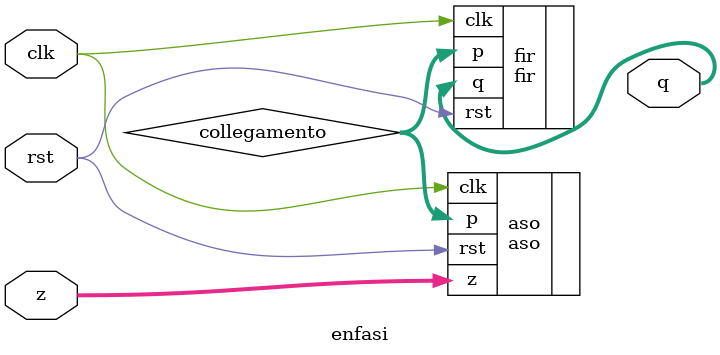
<source format=sv>
`timescale 1ns / 1ps
module enfasi (
  input  logic clk, rst,
  input  logic signed [10:0] z,
  output logic signed [11:0] q
);

logic signed [11:0] collegamento;

aso aso (.clk(clk), .rst(rst), .z(z), .p(collegamento));
fir fir (.clk(clk), .rst(rst), .p(collegamento), .q(q));

endmodule
</source>
